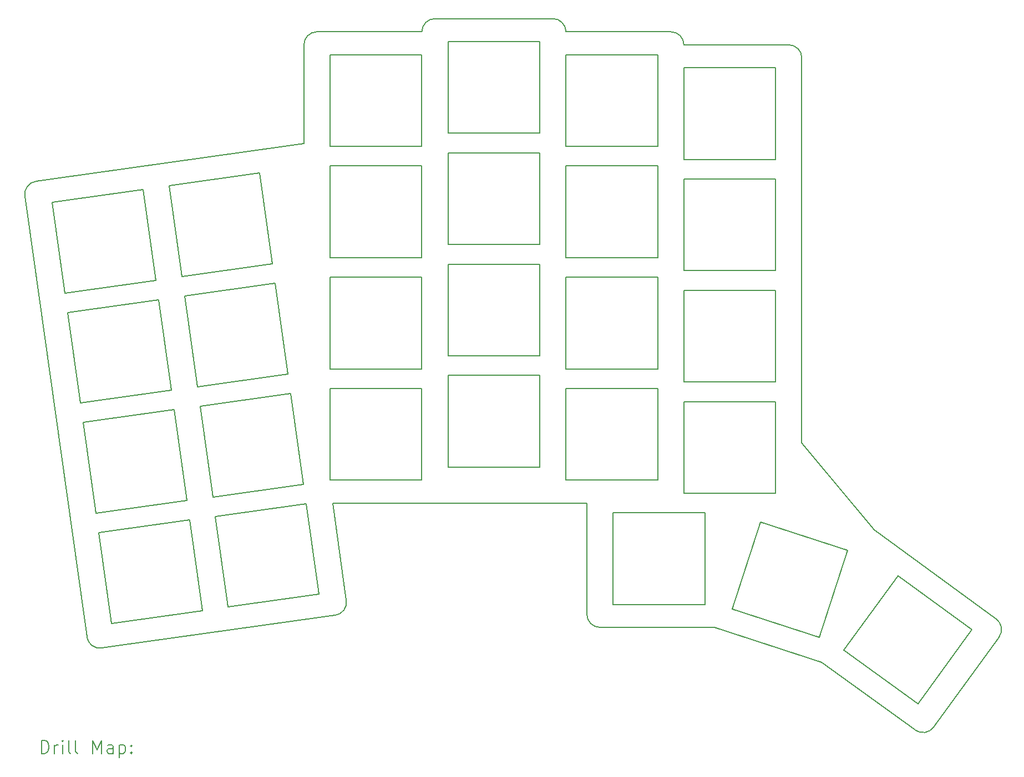
<source format=gbr>
%TF.GenerationSoftware,KiCad,Pcbnew,8.0.7-8.0.7-0~ubuntu24.04.1*%
%TF.CreationDate,2025-01-01T23:19:51+01:00*%
%TF.ProjectId,plate-final,706c6174-652d-4666-996e-616c2e6b6963,0.0.2*%
%TF.SameCoordinates,Original*%
%TF.FileFunction,Drillmap*%
%TF.FilePolarity,Positive*%
%FSLAX45Y45*%
G04 Gerber Fmt 4.5, Leading zero omitted, Abs format (unit mm)*
G04 Created by KiCad (PCBNEW 8.0.7-8.0.7-0~ubuntu24.04.1) date 2025-01-01 23:19:51*
%MOMM*%
%LPD*%
G01*
G04 APERTURE LIST*
%ADD10C,0.150000*%
%ADD11C,0.200000*%
G04 APERTURE END LIST*
D10*
X11863308Y-10294888D02*
X11668466Y-8908512D01*
X14141315Y-13600631D02*
X14141315Y-12200631D01*
X17741315Y-8800631D02*
X16341315Y-8800631D01*
X9885984Y-9159024D02*
X8499608Y-9353866D01*
X15941315Y-13400631D02*
X15941315Y-12000631D01*
X10595767Y-14209391D02*
X9209391Y-14404233D01*
X19541315Y-8700631D02*
X19541315Y-7300631D01*
X12781021Y-13950631D02*
X16661315Y-13950631D01*
X17741315Y-10500631D02*
X16341315Y-10500631D01*
X19541315Y-12400631D02*
X18141315Y-12400631D01*
X17741315Y-8500631D02*
X17741315Y-7100631D01*
X18141315Y-9000631D02*
X18141315Y-10400631D01*
X19941315Y-13028657D02*
X19941315Y-7150631D01*
X8972797Y-12720778D02*
X9167639Y-14107153D01*
X19541315Y-10400631D02*
X19541315Y-9000631D01*
X9209391Y-14404233D02*
X9404234Y-15790609D01*
X10554015Y-13912311D02*
X10359172Y-12525935D01*
X11668466Y-8908512D02*
X10282091Y-9103355D01*
X15941315Y-10000631D02*
X15941315Y-8600631D01*
X14141315Y-7100631D02*
X12741315Y-7100631D01*
X17741315Y-10200631D02*
X17741315Y-8800631D01*
X14541315Y-10300631D02*
X14541315Y-11700631D01*
X16341315Y-7100631D02*
X16341315Y-8500631D01*
X12099903Y-11978343D02*
X11905060Y-10591968D01*
X20583553Y-16195493D02*
X21716177Y-17018392D01*
X18141315Y-10400631D02*
X19541315Y-10400631D01*
X8252844Y-9035107D02*
X12341315Y-8460510D01*
X11905060Y-10591968D02*
X10518685Y-10786811D01*
X17741315Y-11900631D02*
X17741315Y-10500631D01*
X15941315Y-8300631D02*
X15941315Y-6900631D01*
X9167639Y-14107153D02*
X10554015Y-13912311D01*
X19541315Y-9000631D02*
X18141315Y-9000631D01*
X18141315Y-12100631D02*
X19541315Y-12100631D01*
X12741315Y-7100631D02*
X12741315Y-8500631D01*
X18141315Y-12400631D02*
X18141315Y-13800631D01*
X17741315Y-13600631D02*
X17741315Y-12200631D01*
X10518685Y-10786811D02*
X10713528Y-12173186D01*
X15941315Y-12000631D02*
X14541315Y-12000631D01*
X17061315Y-14100631D02*
X17061315Y-15500631D01*
X22539076Y-15885768D02*
X21406453Y-15062869D01*
X14541315Y-6900631D02*
X14541315Y-8300631D01*
X16141315Y-6550631D02*
G75*
G02*
X16341319Y-6750631I5J-199999D01*
G01*
X15941315Y-10300631D02*
X14541315Y-10300631D01*
X10317420Y-12228855D02*
X10122578Y-10842480D01*
X8082625Y-9260995D02*
X9029002Y-15994818D01*
X14541315Y-10000631D02*
X15941315Y-10000631D01*
X18141315Y-7300631D02*
X18141315Y-8700631D01*
X16341315Y-8500631D02*
X17741315Y-8500631D01*
X20244207Y-16381567D02*
X21672256Y-17419105D01*
X19311887Y-14238579D02*
X18879263Y-15570058D01*
X21044318Y-14362694D02*
X19941315Y-13028657D01*
X17741315Y-7100631D02*
X16341315Y-7100631D01*
X12541315Y-6750631D02*
X14141315Y-6750631D01*
X8736203Y-11037322D02*
X8931045Y-12423697D01*
X17941315Y-6750631D02*
G75*
G02*
X18141319Y-6950631I5J-199999D01*
G01*
X16861315Y-15850631D02*
X18610153Y-15850631D01*
X14141315Y-6750631D02*
G75*
G02*
X14341315Y-6550635I199995J1D01*
G01*
X10476933Y-10489730D02*
X11863308Y-10294888D01*
X20210743Y-16002682D02*
X20643366Y-14671203D01*
X18141315Y-6950631D02*
X19741315Y-6950631D01*
X10950122Y-13856641D02*
X12336497Y-13661799D01*
X10755279Y-12470266D02*
X10950122Y-13856641D01*
X10122578Y-10842480D02*
X8736203Y-11037322D01*
X14541315Y-8300631D02*
X15941315Y-8300631D01*
X12741315Y-10200631D02*
X14141315Y-10200631D01*
X10282091Y-9103355D02*
X10476933Y-10489730D01*
X14141315Y-8500631D02*
X14141315Y-7100631D01*
X22906857Y-15720353D02*
G75*
G02*
X22950848Y-15999528I-117807J-161617D01*
G01*
X12741315Y-13600631D02*
X14141315Y-13600631D01*
X12781021Y-13950631D02*
X12990074Y-15438126D01*
X9404234Y-15790609D02*
X10790609Y-15595766D01*
X17061315Y-15500631D02*
X18461315Y-15500631D01*
X21951616Y-17374859D02*
G75*
G02*
X21672254Y-17419108I-161806J117559D01*
G01*
X21406453Y-15062869D02*
X20583553Y-16195493D01*
X16661315Y-13950631D02*
X16661315Y-15650631D01*
X18610153Y-15850631D02*
X20244207Y-16381567D01*
X19541315Y-12100631D02*
X19541315Y-10700631D01*
X14541315Y-13400631D02*
X15941315Y-13400631D01*
X20643366Y-14671203D02*
X19311887Y-14238579D01*
X16341315Y-13600631D02*
X17741315Y-13600631D01*
X11186716Y-15540097D02*
X12573091Y-15345255D01*
X12573091Y-15345255D02*
X12378249Y-13958880D01*
X21951616Y-17374859D02*
X22950851Y-15999530D01*
X12741315Y-8800631D02*
X12741315Y-10200631D01*
X9254891Y-16165037D02*
X12819855Y-15664014D01*
X14141315Y-11900631D02*
X14141315Y-10500631D01*
X10359172Y-12525935D02*
X8972797Y-12720778D01*
X18141315Y-8700631D02*
X19541315Y-8700631D01*
X12741315Y-10500631D02*
X12741315Y-11900631D01*
X16341315Y-8800631D02*
X16341315Y-10200631D01*
X14141315Y-10200631D02*
X14141315Y-8800631D01*
X8499608Y-9353866D02*
X8694451Y-10740242D01*
X19741315Y-6950631D02*
G75*
G02*
X19941319Y-7150631I5J-199999D01*
G01*
X15941315Y-8600631D02*
X14541315Y-8600631D01*
X18879263Y-15570058D02*
X20210743Y-16002682D01*
X14541315Y-12000631D02*
X14541315Y-13400631D01*
X15941315Y-6900631D02*
X14541315Y-6900631D01*
X16341315Y-6750631D02*
X17941315Y-6750631D01*
X16341315Y-12200631D02*
X16341315Y-13600631D01*
X10790609Y-15595766D02*
X10595767Y-14209391D01*
X12141655Y-12275424D02*
X10755279Y-12470266D01*
X14141315Y-8800631D02*
X12741315Y-8800631D01*
X10080826Y-10545399D02*
X9885984Y-9159024D01*
X8931045Y-12423697D02*
X10317420Y-12228855D01*
X16341315Y-10200631D02*
X17741315Y-10200631D01*
X12990074Y-15438126D02*
G75*
G02*
X12819855Y-15664014I-198055J-27834D01*
G01*
X18461315Y-15500631D02*
X18461315Y-14100631D01*
X18141315Y-10700631D02*
X18141315Y-12100631D01*
X19541315Y-10700631D02*
X18141315Y-10700631D01*
X8082625Y-9260995D02*
G75*
G02*
X8252844Y-9035105I198055J27835D01*
G01*
X12741315Y-12200631D02*
X12741315Y-13600631D01*
X16341315Y-10500631D02*
X16341315Y-11900631D01*
X14141315Y-12200631D02*
X12741315Y-12200631D01*
X14541315Y-8600631D02*
X14541315Y-10000631D01*
X12741315Y-8500631D02*
X14141315Y-8500631D01*
X12378249Y-13958880D02*
X10991874Y-14153722D01*
X22906857Y-15720353D02*
X21044318Y-14362694D01*
X17741315Y-12200631D02*
X16341315Y-12200631D01*
X18461315Y-14100631D02*
X17061315Y-14100631D01*
X16141315Y-6550631D02*
X14341315Y-6550631D01*
X18141315Y-13800631D02*
X19541315Y-13800631D01*
X14141315Y-10500631D02*
X12741315Y-10500631D01*
X8694451Y-10740242D02*
X10080826Y-10545399D01*
X9254891Y-16165037D02*
G75*
G02*
X9029004Y-15994818I-27831J198057D01*
G01*
X12336497Y-13661799D02*
X12141655Y-12275424D01*
X12741315Y-11900631D02*
X14141315Y-11900631D01*
X16341315Y-11900631D02*
X17741315Y-11900631D01*
X12341315Y-6950631D02*
G75*
G02*
X12541315Y-6750635I199995J1D01*
G01*
X19541315Y-13800631D02*
X19541315Y-12400631D01*
X10713528Y-12173186D02*
X12099903Y-11978343D01*
X19541315Y-7300631D02*
X18141315Y-7300631D01*
X15941315Y-11700631D02*
X15941315Y-10300631D01*
X21716177Y-17018392D02*
X22539076Y-15885768D01*
X10991874Y-14153722D02*
X11186716Y-15540097D01*
X14541315Y-11700631D02*
X15941315Y-11700631D01*
X16861315Y-15850631D02*
G75*
G02*
X16661309Y-15650631I-5J200001D01*
G01*
X12341315Y-8460510D02*
X12341315Y-6950631D01*
D11*
X8333955Y-17776287D02*
X8333955Y-17576287D01*
X8333955Y-17576287D02*
X8381574Y-17576287D01*
X8381574Y-17576287D02*
X8410146Y-17585811D01*
X8410146Y-17585811D02*
X8429194Y-17604858D01*
X8429194Y-17604858D02*
X8438717Y-17623906D01*
X8438717Y-17623906D02*
X8448241Y-17662001D01*
X8448241Y-17662001D02*
X8448241Y-17690573D01*
X8448241Y-17690573D02*
X8438717Y-17728668D01*
X8438717Y-17728668D02*
X8429194Y-17747716D01*
X8429194Y-17747716D02*
X8410146Y-17766763D01*
X8410146Y-17766763D02*
X8381574Y-17776287D01*
X8381574Y-17776287D02*
X8333955Y-17776287D01*
X8533956Y-17776287D02*
X8533956Y-17642954D01*
X8533956Y-17681049D02*
X8543479Y-17662001D01*
X8543479Y-17662001D02*
X8553003Y-17652477D01*
X8553003Y-17652477D02*
X8572051Y-17642954D01*
X8572051Y-17642954D02*
X8591098Y-17642954D01*
X8657765Y-17776287D02*
X8657765Y-17642954D01*
X8657765Y-17576287D02*
X8648241Y-17585811D01*
X8648241Y-17585811D02*
X8657765Y-17595335D01*
X8657765Y-17595335D02*
X8667289Y-17585811D01*
X8667289Y-17585811D02*
X8657765Y-17576287D01*
X8657765Y-17576287D02*
X8657765Y-17595335D01*
X8781575Y-17776287D02*
X8762527Y-17766763D01*
X8762527Y-17766763D02*
X8753003Y-17747716D01*
X8753003Y-17747716D02*
X8753003Y-17576287D01*
X8886336Y-17776287D02*
X8867289Y-17766763D01*
X8867289Y-17766763D02*
X8857765Y-17747716D01*
X8857765Y-17747716D02*
X8857765Y-17576287D01*
X9114908Y-17776287D02*
X9114908Y-17576287D01*
X9114908Y-17576287D02*
X9181575Y-17719144D01*
X9181575Y-17719144D02*
X9248241Y-17576287D01*
X9248241Y-17576287D02*
X9248241Y-17776287D01*
X9429194Y-17776287D02*
X9429194Y-17671525D01*
X9429194Y-17671525D02*
X9419670Y-17652477D01*
X9419670Y-17652477D02*
X9400622Y-17642954D01*
X9400622Y-17642954D02*
X9362527Y-17642954D01*
X9362527Y-17642954D02*
X9343479Y-17652477D01*
X9429194Y-17766763D02*
X9410146Y-17776287D01*
X9410146Y-17776287D02*
X9362527Y-17776287D01*
X9362527Y-17776287D02*
X9343479Y-17766763D01*
X9343479Y-17766763D02*
X9333956Y-17747716D01*
X9333956Y-17747716D02*
X9333956Y-17728668D01*
X9333956Y-17728668D02*
X9343479Y-17709620D01*
X9343479Y-17709620D02*
X9362527Y-17700097D01*
X9362527Y-17700097D02*
X9410146Y-17700097D01*
X9410146Y-17700097D02*
X9429194Y-17690573D01*
X9524432Y-17642954D02*
X9524432Y-17842954D01*
X9524432Y-17652477D02*
X9543479Y-17642954D01*
X9543479Y-17642954D02*
X9581575Y-17642954D01*
X9581575Y-17642954D02*
X9600622Y-17652477D01*
X9600622Y-17652477D02*
X9610146Y-17662001D01*
X9610146Y-17662001D02*
X9619670Y-17681049D01*
X9619670Y-17681049D02*
X9619670Y-17738192D01*
X9619670Y-17738192D02*
X9610146Y-17757239D01*
X9610146Y-17757239D02*
X9600622Y-17766763D01*
X9600622Y-17766763D02*
X9581575Y-17776287D01*
X9581575Y-17776287D02*
X9543479Y-17776287D01*
X9543479Y-17776287D02*
X9524432Y-17766763D01*
X9705384Y-17757239D02*
X9714908Y-17766763D01*
X9714908Y-17766763D02*
X9705384Y-17776287D01*
X9705384Y-17776287D02*
X9695860Y-17766763D01*
X9695860Y-17766763D02*
X9705384Y-17757239D01*
X9705384Y-17757239D02*
X9705384Y-17776287D01*
X9705384Y-17652477D02*
X9714908Y-17662001D01*
X9714908Y-17662001D02*
X9705384Y-17671525D01*
X9705384Y-17671525D02*
X9695860Y-17662001D01*
X9695860Y-17662001D02*
X9705384Y-17652477D01*
X9705384Y-17652477D02*
X9705384Y-17671525D01*
M02*

</source>
